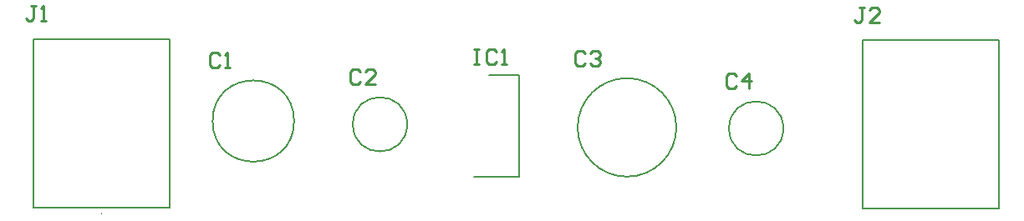
<source format=gto>
G04*
G04 #@! TF.GenerationSoftware,Altium Limited,Altium Designer,23.1.1 (15)*
G04*
G04 Layer_Color=65535*
%FSLAX44Y44*%
%MOMM*%
G71*
G04*
G04 #@! TF.SameCoordinates,47C0FF0B-948B-4EB8-BC40-2B290CA5D41B*
G04*
G04*
G04 #@! TF.FilePolarity,Positive*
G04*
G01*
G75*
%ADD10C,0.1000*%
%ADD11C,0.2000*%
%ADD12C,0.2540*%
D10*
X132080Y-234610D02*
G03*
X132080Y-235610I0J-500D01*
G01*
D02*
G03*
X132080Y-234610I0J500D01*
G01*
X971550Y-235880D02*
G03*
X971550Y-236880I0J-500D01*
G01*
D02*
G03*
X971550Y-235880I0J500D01*
G01*
D11*
X714210Y-147720D02*
G03*
X714210Y-147720I-50000J0D01*
G01*
X327000Y-141250D02*
G03*
X327000Y-141250I-41250J0D01*
G01*
X822520Y-148750D02*
G03*
X822520Y-148750I-27500J0D01*
G01*
X441520Y-144620D02*
G03*
X441520Y-144620I-27500J0D01*
G01*
X63080Y-228960D02*
Y-58060D01*
X201080D01*
Y-228960D02*
Y-58060D01*
X63080Y-228960D02*
X201080D01*
X509210Y-198150D02*
X555210D01*
Y-94150D01*
X524510D02*
X555210D01*
X902550Y-230230D02*
Y-59330D01*
X1040550D01*
Y-230230D02*
Y-59330D01*
X902550Y-230230D02*
X1040550D01*
D12*
X904745Y-25913D02*
X899666D01*
X902206D01*
Y-38609D01*
X899666Y-41148D01*
X897127D01*
X894588Y-38609D01*
X919980Y-41148D02*
X909823D01*
X919980Y-30991D01*
Y-28452D01*
X917441Y-25913D01*
X912362D01*
X909823Y-28452D01*
X65275Y-24643D02*
X60196D01*
X62736D01*
Y-37339D01*
X60196Y-39878D01*
X57657D01*
X55118Y-37339D01*
X70353Y-39878D02*
X75431D01*
X72892D01*
Y-24643D01*
X70353Y-27182D01*
X509016Y-68585D02*
X514094D01*
X511555D01*
Y-83820D01*
X509016D01*
X514094D01*
X531869Y-71124D02*
X529329Y-68585D01*
X524251D01*
X521712Y-71124D01*
Y-81281D01*
X524251Y-83820D01*
X529329D01*
X531869Y-81281D01*
X536947Y-83820D02*
X542025D01*
X539486D01*
Y-68585D01*
X536947Y-71124D01*
X774951Y-95762D02*
X772411Y-93223D01*
X767333D01*
X764794Y-95762D01*
Y-105919D01*
X767333Y-108458D01*
X772411D01*
X774951Y-105919D01*
X787647Y-108458D02*
Y-93223D01*
X780029Y-100841D01*
X790186D01*
X621535Y-72140D02*
X618996Y-69601D01*
X613917D01*
X611378Y-72140D01*
Y-82297D01*
X613917Y-84836D01*
X618996D01*
X621535Y-82297D01*
X626613Y-72140D02*
X629152Y-69601D01*
X634231D01*
X636770Y-72140D01*
Y-74679D01*
X634231Y-77218D01*
X631691D01*
X634231D01*
X636770Y-79758D01*
Y-82297D01*
X634231Y-84836D01*
X629152D01*
X626613Y-82297D01*
X393951Y-91444D02*
X391412Y-88905D01*
X386333D01*
X383794Y-91444D01*
Y-101601D01*
X386333Y-104140D01*
X391412D01*
X393951Y-101601D01*
X409186Y-104140D02*
X399029D01*
X409186Y-93983D01*
Y-91444D01*
X406647Y-88905D01*
X401568D01*
X399029Y-91444D01*
X251965Y-74426D02*
X249426Y-71887D01*
X244347D01*
X241808Y-74426D01*
Y-84583D01*
X244347Y-87122D01*
X249426D01*
X251965Y-84583D01*
X257043Y-87122D02*
X262121D01*
X259582D01*
Y-71887D01*
X257043Y-74426D01*
M02*

</source>
